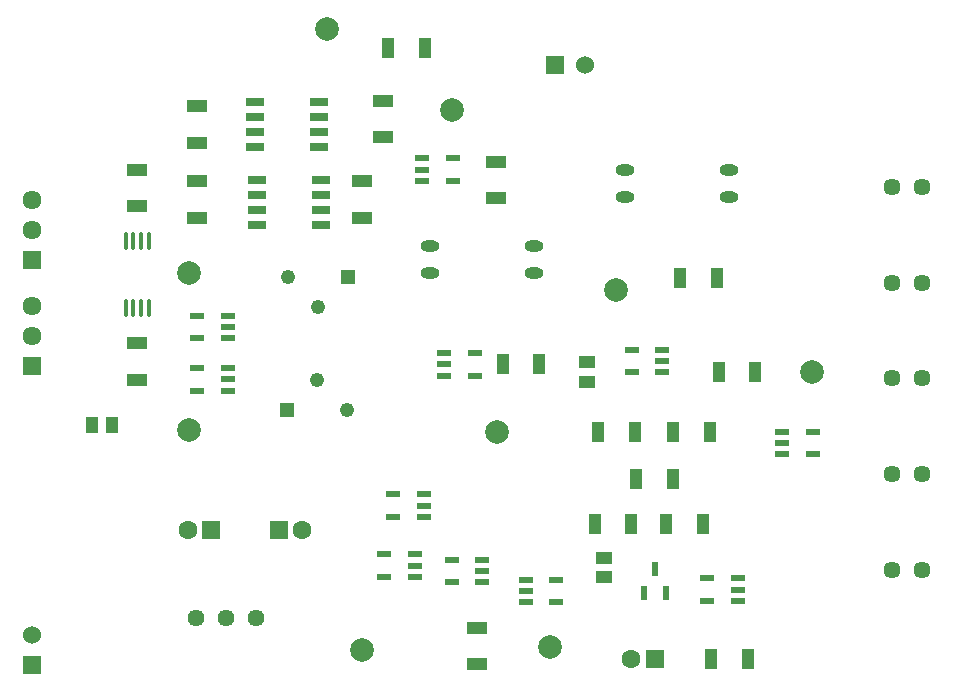
<source format=gbr>
%TF.GenerationSoftware,KiCad,Pcbnew,9.0.2*%
%TF.CreationDate,2025-06-08T00:01:42+02:00*%
%TF.ProjectId,bspdv3,62737064-7633-42e6-9b69-6361645f7063,rev?*%
%TF.SameCoordinates,Original*%
%TF.FileFunction,Soldermask,Top*%
%TF.FilePolarity,Negative*%
%FSLAX46Y46*%
G04 Gerber Fmt 4.6, Leading zero omitted, Abs format (unit mm)*
G04 Created by KiCad (PCBNEW 9.0.2) date 2025-06-08 00:01:42*
%MOMM*%
%LPD*%
G01*
G04 APERTURE LIST*
G04 Aperture macros list*
%AMRoundRect*
0 Rectangle with rounded corners*
0 $1 Rounding radius*
0 $2 $3 $4 $5 $6 $7 $8 $9 X,Y pos of 4 corners*
0 Add a 4 corners polygon primitive as box body*
4,1,4,$2,$3,$4,$5,$6,$7,$8,$9,$2,$3,0*
0 Add four circle primitives for the rounded corners*
1,1,$1+$1,$2,$3*
1,1,$1+$1,$4,$5*
1,1,$1+$1,$6,$7*
1,1,$1+$1,$8,$9*
0 Add four rect primitives between the rounded corners*
20,1,$1+$1,$2,$3,$4,$5,0*
20,1,$1+$1,$4,$5,$6,$7,0*
20,1,$1+$1,$6,$7,$8,$9,0*
20,1,$1+$1,$8,$9,$2,$3,0*%
G04 Aperture macros list end*
%ADD10R,1.050000X1.800000*%
%ADD11R,1.470000X1.070000*%
%ADD12C,2.000000*%
%ADD13R,1.530000X1.530000*%
%ADD14C,1.530000*%
%ADD15R,1.800000X1.050000*%
%ADD16C,1.440000*%
%ADD17R,1.528000X0.650000*%
%ADD18R,1.150000X0.600000*%
%ADD19R,0.600000X1.300000*%
%ADD20R,1.070000X1.470000*%
%ADD21C,1.447000*%
%ADD22R,1.600000X1.600000*%
%ADD23C,1.600000*%
%ADD24R,1.217000X1.217000*%
%ADD25C,1.217000*%
%ADD26O,1.600000X0.950000*%
%ADD27R,1.610000X1.610000*%
%ADD28C,1.610000*%
%ADD29RoundRect,0.100000X0.100000X-0.637500X0.100000X0.637500X-0.100000X0.637500X-0.100000X-0.637500X0*%
G04 APERTURE END LIST*
D10*
%TO.C,R10*%
X90420000Y-52700000D03*
X87320000Y-52700000D03*
%TD*%
D11*
%TO.C,C2*%
X77630000Y-70100000D03*
X77630000Y-68460000D03*
%TD*%
D12*
%TO.C,TP2*%
X42510000Y-57650000D03*
%TD*%
D13*
%TO.C,J3*%
X73460000Y-26710000D03*
D14*
X76000000Y-26710000D03*
%TD*%
D15*
%TO.C,R13*%
X58880000Y-29720000D03*
X58880000Y-32820000D03*
%TD*%
D10*
%TO.C,R6*%
X69030000Y-52065000D03*
X72130000Y-52065000D03*
%TD*%
D16*
%TO.C,U2*%
X48198500Y-73506000D03*
X45658500Y-73506000D03*
X43118500Y-73506000D03*
%TD*%
D12*
%TO.C,TP9*%
X54160000Y-23620000D03*
%TD*%
D10*
%TO.C,R2*%
X86715000Y-76960000D03*
X89815000Y-76960000D03*
%TD*%
D17*
%TO.C,CP5*%
X48089000Y-29845000D03*
X48089000Y-31115000D03*
X48089000Y-32385000D03*
X48089000Y-33655000D03*
X53511000Y-33655000D03*
X53511000Y-32385000D03*
X53511000Y-31115000D03*
X53511000Y-29845000D03*
%TD*%
D18*
%TO.C,G1*%
X88930000Y-72070000D03*
X88930000Y-71120000D03*
X88930000Y-70170000D03*
X86330000Y-70170000D03*
X86330000Y-72070000D03*
%TD*%
D10*
%TO.C,R4*%
X83465000Y-61720000D03*
X80365000Y-61720000D03*
%TD*%
D11*
%TO.C,C3*%
X76140000Y-51880000D03*
X76140000Y-53520000D03*
%TD*%
D12*
%TO.C,TP3*%
X73020000Y-76000000D03*
%TD*%
D15*
%TO.C,R17*%
X38100000Y-38660000D03*
X38100000Y-35560000D03*
%TD*%
%TO.C,R15*%
X68500000Y-34900000D03*
X68500000Y-38000000D03*
%TD*%
%TO.C,R11*%
X43180000Y-30200000D03*
X43180000Y-33300000D03*
%TD*%
D12*
%TO.C,TP8*%
X64770000Y-30480000D03*
%TD*%
D19*
%TO.C,Q1*%
X80965000Y-71440000D03*
X82865000Y-71440000D03*
X81915000Y-69340000D03*
%TD*%
D20*
%TO.C,C6*%
X35930000Y-57150000D03*
X34290000Y-57150000D03*
%TD*%
D12*
%TO.C,TP1*%
X42450000Y-44340000D03*
%TD*%
D18*
%TO.C,CP3*%
X70980000Y-70300000D03*
X70980000Y-71250000D03*
X70980000Y-72200000D03*
X73580000Y-72200000D03*
X73580000Y-70300000D03*
%TD*%
D17*
%TO.C,CP6*%
X48218000Y-36460000D03*
X48218000Y-37730000D03*
X48218000Y-39000000D03*
X48218000Y-40270000D03*
X53640000Y-40270000D03*
X53640000Y-39000000D03*
X53640000Y-37730000D03*
X53640000Y-36460000D03*
%TD*%
D12*
%TO.C,TP5*%
X68550000Y-57780000D03*
%TD*%
D21*
%TO.C,LED1*%
X104580000Y-69430000D03*
X102040000Y-69430000D03*
%TD*%
D22*
%TO.C,C1*%
X81915000Y-76960000D03*
D23*
X79915000Y-76960000D03*
%TD*%
D24*
%TO.C,RV1*%
X50800000Y-55880000D03*
D25*
X53340000Y-53340000D03*
X55880000Y-55880000D03*
%TD*%
D10*
%TO.C,R5*%
X84060000Y-44780000D03*
X87160000Y-44780000D03*
%TD*%
D18*
%TO.C,G7*%
X62200000Y-34610000D03*
X62200000Y-35560000D03*
X62200000Y-36510000D03*
X64800000Y-36510000D03*
X64800000Y-34610000D03*
%TD*%
D10*
%TO.C,R8*%
X83480000Y-57780000D03*
X86580000Y-57780000D03*
%TD*%
%TO.C,R16*%
X62450000Y-25300000D03*
X59350000Y-25300000D03*
%TD*%
D18*
%TO.C,G3*%
X64075000Y-51115000D03*
X64075000Y-52065000D03*
X64075000Y-53015000D03*
X66675000Y-53015000D03*
X66675000Y-51115000D03*
%TD*%
%TO.C,CP4*%
X82550000Y-52700000D03*
X82550000Y-51750000D03*
X82550000Y-50800000D03*
X79950000Y-50800000D03*
X79950000Y-52700000D03*
%TD*%
%TO.C,G2*%
X62340000Y-64970000D03*
X62340000Y-64020000D03*
X62340000Y-63070000D03*
X59740000Y-63070000D03*
X59740000Y-64970000D03*
%TD*%
D10*
%TO.C,R1*%
X86005000Y-65530000D03*
X82905000Y-65530000D03*
%TD*%
D26*
%TO.C,K2*%
X62910000Y-42037000D03*
X62910000Y-44323000D03*
X71710000Y-44323000D03*
X71710000Y-42037000D03*
%TD*%
D21*
%TO.C,LED5*%
X104580000Y-37030000D03*
X102040000Y-37030000D03*
%TD*%
D18*
%TO.C,CP2*%
X45750000Y-54285000D03*
X45750000Y-53335000D03*
X45750000Y-52385000D03*
X43150000Y-52385000D03*
X43150000Y-54285000D03*
%TD*%
D27*
%TO.C,J1*%
X29210000Y-52195000D03*
D28*
X29210000Y-49655000D03*
X29210000Y-47115000D03*
%TD*%
D26*
%TO.C,K1*%
X88210000Y-37873000D03*
X88210000Y-35587000D03*
X79410000Y-35587000D03*
X79410000Y-37873000D03*
%TD*%
D15*
%TO.C,R7*%
X66850000Y-77460000D03*
X66850000Y-74360000D03*
%TD*%
D12*
%TO.C,TP4*%
X78660000Y-45760000D03*
%TD*%
D21*
%TO.C,LED3*%
X104580000Y-53230000D03*
X102040000Y-53230000D03*
%TD*%
D27*
%TO.C,J2*%
X29210000Y-43180000D03*
D28*
X29210000Y-40640000D03*
X29210000Y-38100000D03*
%TD*%
D10*
%TO.C,R9*%
X77130000Y-57780000D03*
X80230000Y-57780000D03*
%TD*%
D18*
%TO.C,G4*%
X67310000Y-70480000D03*
X67310000Y-69530000D03*
X67310000Y-68580000D03*
X64710000Y-68580000D03*
X64710000Y-70480000D03*
%TD*%
D15*
%TO.C,R14*%
X57150000Y-36550000D03*
X57150000Y-39650000D03*
%TD*%
D22*
%TO.C,C4*%
X50070000Y-66040000D03*
D23*
X52070000Y-66040000D03*
%TD*%
D29*
%TO.C,DU1*%
X37125000Y-47312500D03*
X37775000Y-47312500D03*
X38425000Y-47312500D03*
X39075000Y-47312500D03*
X39075000Y-41587500D03*
X38425000Y-41587500D03*
X37775000Y-41587500D03*
X37125000Y-41587500D03*
%TD*%
D12*
%TO.C,TP7*%
X95220000Y-52700000D03*
%TD*%
D21*
%TO.C,LED2*%
X104580000Y-61330000D03*
X102040000Y-61330000D03*
%TD*%
D15*
%TO.C,R18*%
X38100000Y-50240000D03*
X38100000Y-53340000D03*
%TD*%
D12*
%TO.C,TP6*%
X57150000Y-76200000D03*
%TD*%
D22*
%TO.C,C5*%
X44360200Y-66040000D03*
D23*
X42360200Y-66040000D03*
%TD*%
D18*
%TO.C,G5*%
X61595000Y-70040000D03*
X61595000Y-69090000D03*
X61595000Y-68140000D03*
X58995000Y-68140000D03*
X58995000Y-70040000D03*
%TD*%
D15*
%TO.C,R12*%
X43180000Y-36550000D03*
X43180000Y-39650000D03*
%TD*%
D24*
%TO.C,RV2*%
X55920000Y-44655000D03*
D25*
X53380000Y-47195000D03*
X50840000Y-44655000D03*
%TD*%
D10*
%TO.C,R3*%
X76835000Y-65530000D03*
X79935000Y-65530000D03*
%TD*%
D18*
%TO.C,G6*%
X92680000Y-57780000D03*
X92680000Y-58730000D03*
X92680000Y-59680000D03*
X95280000Y-59680000D03*
X95280000Y-57780000D03*
%TD*%
D21*
%TO.C,LED4*%
X104580000Y-45130000D03*
X102040000Y-45130000D03*
%TD*%
D18*
%TO.C,CP1*%
X45750000Y-49845000D03*
X45750000Y-48895000D03*
X45750000Y-47945000D03*
X43150000Y-47945000D03*
X43150000Y-49845000D03*
%TD*%
D13*
%TO.C,J4*%
X29210000Y-77470000D03*
D14*
X29210000Y-74930000D03*
%TD*%
M02*

</source>
